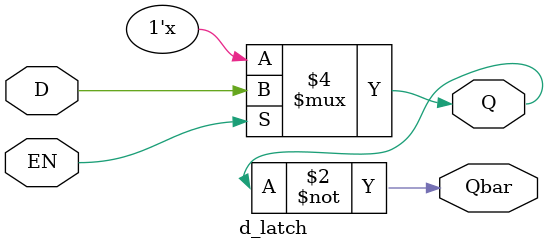
<source format=sv>
module d_latch(
    input D,      // Data input
    input EN,     // Enable
    output reg Q, // Output
    output Qbar   // Complement of Q
);

    always@(D or EN) begin
        if (EN) 
            Q = D;   // When enabled, output follows D
        // else Q holds its previous value
    end

    assign Qbar = ~Q;  // Complement output

endmodule

</source>
